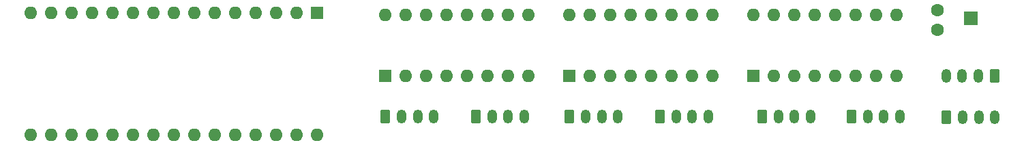
<source format=gbr>
%TF.GenerationSoftware,KiCad,Pcbnew,7.0.10*%
%TF.CreationDate,2024-06-02T15:41:47+02:00*%
%TF.ProjectId,eBoard_pcb,65426f61-7264-45f7-9063-622e6b696361,rev?*%
%TF.SameCoordinates,Original*%
%TF.FileFunction,Soldermask,Top*%
%TF.FilePolarity,Negative*%
%FSLAX46Y46*%
G04 Gerber Fmt 4.6, Leading zero omitted, Abs format (unit mm)*
G04 Created by KiCad (PCBNEW 7.0.10) date 2024-06-02 15:41:47*
%MOMM*%
%LPD*%
G01*
G04 APERTURE LIST*
G04 Aperture macros list*
%AMRoundRect*
0 Rectangle with rounded corners*
0 $1 Rounding radius*
0 $2 $3 $4 $5 $6 $7 $8 $9 X,Y pos of 4 corners*
0 Add a 4 corners polygon primitive as box body*
4,1,4,$2,$3,$4,$5,$6,$7,$8,$9,$2,$3,0*
0 Add four circle primitives for the rounded corners*
1,1,$1+$1,$2,$3*
1,1,$1+$1,$4,$5*
1,1,$1+$1,$6,$7*
1,1,$1+$1,$8,$9*
0 Add four rect primitives between the rounded corners*
20,1,$1+$1,$2,$3,$4,$5,0*
20,1,$1+$1,$4,$5,$6,$7,0*
20,1,$1+$1,$6,$7,$8,$9,0*
20,1,$1+$1,$8,$9,$2,$3,0*%
G04 Aperture macros list end*
%ADD10RoundRect,0.250000X-0.350000X-0.625000X0.350000X-0.625000X0.350000X0.625000X-0.350000X0.625000X0*%
%ADD11O,1.200000X1.750000*%
%ADD12R,1.600000X1.600000*%
%ADD13O,1.600000X1.600000*%
%ADD14RoundRect,0.250000X0.350000X0.625000X-0.350000X0.625000X-0.350000X-0.625000X0.350000X-0.625000X0*%
%ADD15C,1.600000*%
%ADD16R,1.700000X1.700000*%
G04 APERTURE END LIST*
D10*
%TO.C,J5*%
X199200000Y-71744500D03*
D11*
X201200000Y-71744500D03*
X203200000Y-71744500D03*
X205200000Y-71744500D03*
%TD*%
D12*
%TO.C,A1*%
X143930000Y-58820000D03*
D13*
X141390000Y-58820000D03*
X138850000Y-58820000D03*
X136310000Y-58820000D03*
X133770000Y-58820000D03*
X131230000Y-58820000D03*
X128690000Y-58820000D03*
X126150000Y-58820000D03*
X123610000Y-58820000D03*
X121070000Y-58820000D03*
X118530000Y-58820000D03*
X115990000Y-58820000D03*
X113450000Y-58820000D03*
X110910000Y-58820000D03*
X108370000Y-58820000D03*
X108370000Y-74060000D03*
X110910000Y-74060000D03*
X113450000Y-74060000D03*
X115990000Y-74060000D03*
X118530000Y-74060000D03*
X121070000Y-74060000D03*
X123610000Y-74060000D03*
X126150000Y-74060000D03*
X128690000Y-74060000D03*
X131230000Y-74060000D03*
X133770000Y-74060000D03*
X136310000Y-74060000D03*
X138850000Y-74060000D03*
X141390000Y-74060000D03*
X143930000Y-74060000D03*
%TD*%
D10*
%TO.C,J3*%
X175260000Y-71744500D03*
D11*
X177260000Y-71744500D03*
X179260000Y-71744500D03*
X181260000Y-71744500D03*
%TD*%
D12*
%TO.C,U2*%
X175260000Y-66664500D03*
D13*
X177800000Y-66664500D03*
X180340000Y-66664500D03*
X182880000Y-66664500D03*
X185420000Y-66664500D03*
X187960000Y-66664500D03*
X190500000Y-66664500D03*
X193040000Y-66664500D03*
X193040000Y-59044500D03*
X190500000Y-59044500D03*
X187960000Y-59044500D03*
X185420000Y-59044500D03*
X182880000Y-59044500D03*
X180340000Y-59044500D03*
X177800000Y-59044500D03*
X175260000Y-59044500D03*
%TD*%
D14*
%TO.C,J8*%
X228041100Y-66653100D03*
D11*
X226041100Y-66653100D03*
X224041100Y-66653100D03*
X222041100Y-66653100D03*
%TD*%
D10*
%TO.C,J9*%
X222100100Y-71841600D03*
D11*
X224100100Y-71841600D03*
X226100100Y-71841600D03*
X228100100Y-71841600D03*
%TD*%
D10*
%TO.C,J4*%
X186500000Y-71744500D03*
D11*
X188500000Y-71744500D03*
X190500000Y-71744500D03*
X192500000Y-71744500D03*
%TD*%
D12*
%TO.C,U3*%
X198120000Y-66664500D03*
D13*
X200660000Y-66664500D03*
X203200000Y-66664500D03*
X205740000Y-66664500D03*
X208280000Y-66664500D03*
X210820000Y-66664500D03*
X213360000Y-66664500D03*
X215900000Y-66664500D03*
X215900000Y-59044500D03*
X213360000Y-59044500D03*
X210820000Y-59044500D03*
X208280000Y-59044500D03*
X205740000Y-59044500D03*
X203200000Y-59044500D03*
X200660000Y-59044500D03*
X198120000Y-59044500D03*
%TD*%
D10*
%TO.C,J2*%
X163640000Y-71744500D03*
D11*
X165640000Y-71744500D03*
X167640000Y-71744500D03*
X169640000Y-71744500D03*
%TD*%
D10*
%TO.C,J1*%
X152400000Y-71744500D03*
D11*
X154400000Y-71744500D03*
X156400000Y-71744500D03*
X158400000Y-71744500D03*
%TD*%
D12*
%TO.C,U1*%
X152400000Y-66664500D03*
D13*
X154940000Y-66664500D03*
X157480000Y-66664500D03*
X160020000Y-66664500D03*
X162560000Y-66664500D03*
X165100000Y-66664500D03*
X167640000Y-66664500D03*
X170180000Y-66664500D03*
X170180000Y-59044500D03*
X167640000Y-59044500D03*
X165100000Y-59044500D03*
X162560000Y-59044500D03*
X160020000Y-59044500D03*
X157480000Y-59044500D03*
X154940000Y-59044500D03*
X152400000Y-59044500D03*
%TD*%
D15*
%TO.C,C2*%
X220980000Y-60920000D03*
X220980000Y-58420000D03*
%TD*%
D16*
%TO.C,J7*%
X225101900Y-59425200D03*
%TD*%
D10*
%TO.C,J6*%
X210280000Y-71744500D03*
D11*
X212280000Y-71744500D03*
X214280000Y-71744500D03*
X216280000Y-71744500D03*
%TD*%
M02*

</source>
